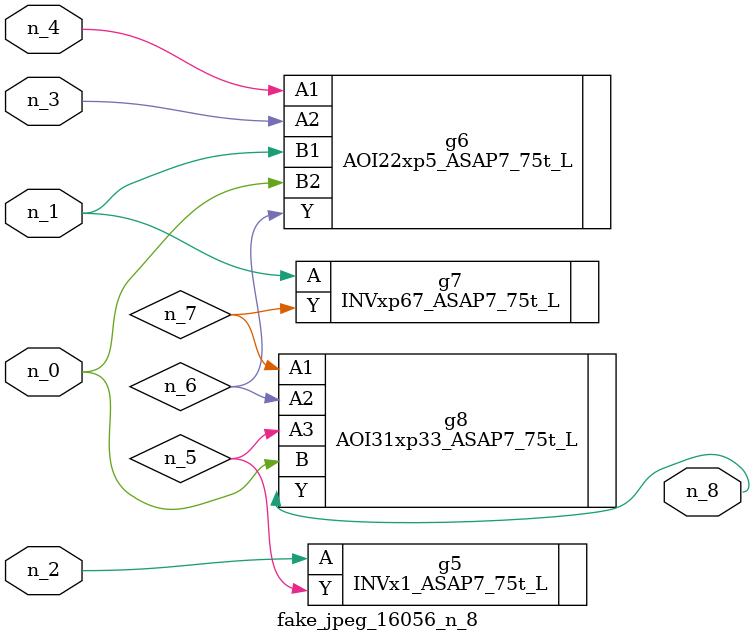
<source format=v>
module fake_jpeg_16056_n_8 (n_3, n_2, n_1, n_0, n_4, n_8);

input n_3;
input n_2;
input n_1;
input n_0;
input n_4;

output n_8;

wire n_6;
wire n_5;
wire n_7;

INVx1_ASAP7_75t_L g5 ( 
.A(n_2),
.Y(n_5)
);

AOI22xp5_ASAP7_75t_L g6 ( 
.A1(n_4),
.A2(n_3),
.B1(n_1),
.B2(n_0),
.Y(n_6)
);

INVxp67_ASAP7_75t_L g7 ( 
.A(n_1),
.Y(n_7)
);

AOI31xp33_ASAP7_75t_L g8 ( 
.A1(n_7),
.A2(n_6),
.A3(n_5),
.B(n_0),
.Y(n_8)
);


endmodule
</source>
